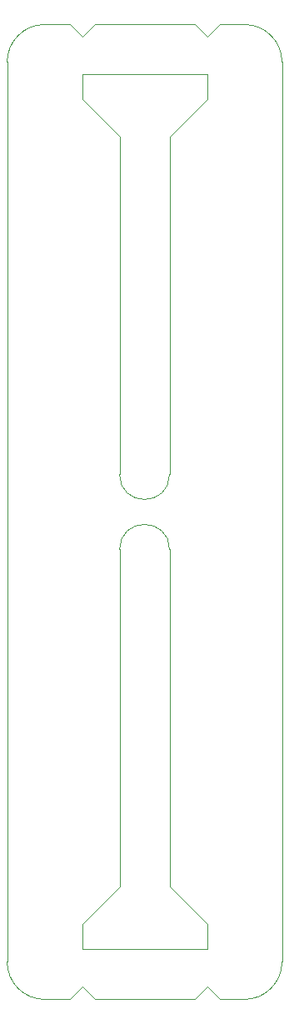
<source format=gm1>
G04 #@! TF.GenerationSoftware,KiCad,Pcbnew,6.0.9-8da3e8f707~116~ubuntu20.04.1*
G04 #@! TF.CreationDate,2023-04-19T17:44:35+00:00*
G04 #@! TF.ProjectId,LEC030201,4c454330-3330-4323-9031-2e6b69636164,rev?*
G04 #@! TF.SameCoordinates,Original*
G04 #@! TF.FileFunction,Profile,NP*
%FSLAX46Y46*%
G04 Gerber Fmt 4.6, Leading zero omitted, Abs format (unit mm)*
G04 Created by KiCad (PCBNEW 6.0.9-8da3e8f707~116~ubuntu20.04.1) date 2023-04-19 17:44:35*
%MOMM*%
%LPD*%
G01*
G04 APERTURE LIST*
G04 #@! TA.AperFunction,Profile*
%ADD10C,0.050000*%
G04 #@! TD*
G04 APERTURE END LIST*
D10*
X186690000Y-54610000D02*
X190500000Y-58420000D01*
X186690000Y-138430000D02*
X190500000Y-134620000D01*
X190500000Y-92710000D02*
X190500000Y-58420000D01*
X199390000Y-140970000D02*
X199390000Y-138430000D01*
X186690000Y-140970000D02*
X186690000Y-138430000D01*
X199390000Y-54610000D02*
X199390000Y-52070000D01*
X186690000Y-54610000D02*
X186690000Y-52070000D01*
X198120000Y-46990000D02*
X199390000Y-48260000D01*
X185420000Y-46990000D02*
X186690000Y-48260000D01*
X182880000Y-46990000D02*
X185420000Y-46990000D01*
X187960000Y-146050000D02*
X198120000Y-146050000D01*
X185420000Y-146050000D02*
X186690000Y-144780000D01*
X182880000Y-146050000D02*
X185420000Y-146050000D01*
X179070000Y-50800000D02*
X179070000Y-142240000D01*
X207010000Y-50800000D02*
X207010000Y-142240000D01*
X207010000Y-50800000D02*
G75*
G03*
X203200000Y-46990000I-3810000J0D01*
G01*
X179070000Y-142240000D02*
G75*
G03*
X182880000Y-146050000I3810000J0D01*
G01*
X200660000Y-46990000D02*
X203200000Y-46990000D01*
X198120000Y-146050000D02*
X199390000Y-144780000D01*
X199390000Y-144780000D02*
X200660000Y-146050000D01*
X187960000Y-46990000D02*
X198120000Y-46990000D01*
X186690000Y-48260000D02*
X187960000Y-46990000D01*
X200660000Y-146050000D02*
X203200000Y-146050000D01*
X182880000Y-46990000D02*
G75*
G03*
X179070000Y-50800000I0J-3810000D01*
G01*
X190500000Y-100330000D02*
X190500000Y-134620000D01*
X195580000Y-134620000D02*
X195580000Y-100330000D01*
X195580000Y-100330000D02*
G75*
G03*
X190500000Y-100330000I-2540000J0D01*
G01*
X203200000Y-146050000D02*
G75*
G03*
X207010000Y-142240000I0J3810000D01*
G01*
X190500000Y-92710000D02*
G75*
G03*
X195580000Y-92710000I2540000J0D01*
G01*
X199390000Y-140970000D02*
X198120000Y-140970000D01*
X195580000Y-58420000D02*
X195580000Y-92710000D01*
X195580000Y-134620000D02*
X199390000Y-138430000D01*
X199390000Y-54610000D02*
X195580000Y-58420000D01*
X186690000Y-144780000D02*
X187960000Y-146050000D01*
X186690000Y-52070000D02*
X199390000Y-52070000D01*
X199390000Y-48260000D02*
X200660000Y-46990000D01*
X198120000Y-140970000D02*
X186690000Y-140970000D01*
M02*

</source>
